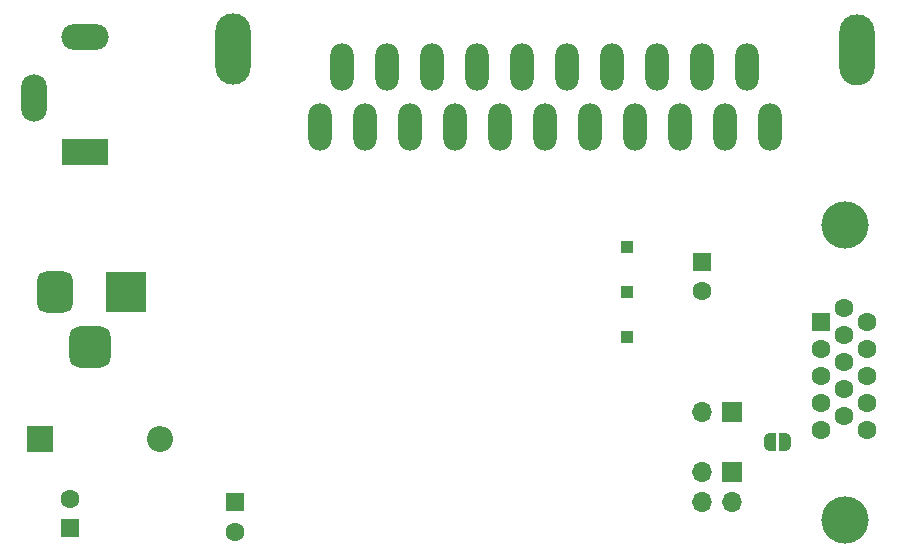
<source format=gbr>
%TF.GenerationSoftware,KiCad,Pcbnew,7.0.8*%
%TF.CreationDate,2023-10-25T20:50:05+02:00*%
%TF.ProjectId,SCART_syncSplitter,53434152-545f-4737-996e-6353706c6974,rev?*%
%TF.SameCoordinates,Original*%
%TF.FileFunction,Soldermask,Bot*%
%TF.FilePolarity,Negative*%
%FSLAX46Y46*%
G04 Gerber Fmt 4.6, Leading zero omitted, Abs format (unit mm)*
G04 Created by KiCad (PCBNEW 7.0.8) date 2023-10-25 20:50:05*
%MOMM*%
%LPD*%
G01*
G04 APERTURE LIST*
G04 Aperture macros list*
%AMRoundRect*
0 Rectangle with rounded corners*
0 $1 Rounding radius*
0 $2 $3 $4 $5 $6 $7 $8 $9 X,Y pos of 4 corners*
0 Add a 4 corners polygon primitive as box body*
4,1,4,$2,$3,$4,$5,$6,$7,$8,$9,$2,$3,0*
0 Add four circle primitives for the rounded corners*
1,1,$1+$1,$2,$3*
1,1,$1+$1,$4,$5*
1,1,$1+$1,$6,$7*
1,1,$1+$1,$8,$9*
0 Add four rect primitives between the rounded corners*
20,1,$1+$1,$2,$3,$4,$5,0*
20,1,$1+$1,$4,$5,$6,$7,0*
20,1,$1+$1,$6,$7,$8,$9,0*
20,1,$1+$1,$8,$9,$2,$3,0*%
%AMFreePoly0*
4,1,19,0.500000,-0.750000,0.000000,-0.750000,0.000000,-0.744911,-0.071157,-0.744911,-0.207708,-0.704816,-0.327430,-0.627875,-0.420627,-0.520320,-0.479746,-0.390866,-0.500000,-0.250000,-0.500000,0.250000,-0.479746,0.390866,-0.420627,0.520320,-0.327430,0.627875,-0.207708,0.704816,-0.071157,0.744911,0.000000,0.744911,0.000000,0.750000,0.500000,0.750000,0.500000,-0.750000,0.500000,-0.750000,
$1*%
%AMFreePoly1*
4,1,19,0.000000,0.744911,0.071157,0.744911,0.207708,0.704816,0.327430,0.627875,0.420627,0.520320,0.479746,0.390866,0.500000,0.250000,0.500000,-0.250000,0.479746,-0.390866,0.420627,-0.520320,0.327430,-0.627875,0.207708,-0.704816,0.071157,-0.744911,0.000000,-0.744911,0.000000,-0.750000,-0.500000,-0.750000,-0.500000,0.750000,0.000000,0.750000,0.000000,0.744911,0.000000,0.744911,
$1*%
G04 Aperture macros list end*
%ADD10R,2.200000X2.200000*%
%ADD11O,2.200000X2.200000*%
%ADD12O,4.000000X2.200000*%
%ADD13O,2.200000X4.000000*%
%ADD14R,4.000000X2.200000*%
%ADD15R,3.500000X3.500000*%
%ADD16RoundRect,0.750000X-0.750000X-1.000000X0.750000X-1.000000X0.750000X1.000000X-0.750000X1.000000X0*%
%ADD17RoundRect,0.875000X-0.875000X-0.875000X0.875000X-0.875000X0.875000X0.875000X-0.875000X0.875000X0*%
%ADD18R,1.600000X1.600000*%
%ADD19C,1.600000*%
%ADD20C,3.000000*%
%ADD21O,3.000000X6.000000*%
%ADD22O,2.000000X4.000000*%
%ADD23C,4.000000*%
%ADD24R,1.700000X1.700000*%
%ADD25O,1.700000X1.700000*%
%ADD26R,1.000000X1.000000*%
%ADD27FreePoly0,0.000000*%
%ADD28FreePoly1,0.000000*%
G04 APERTURE END LIST*
D10*
%TO.C,D1*%
X51835000Y-56920000D03*
D11*
X61995000Y-56920000D03*
%TD*%
D12*
%TO.C,J5*%
X55700000Y-22860000D03*
D13*
X51390000Y-28060000D03*
D14*
X55700000Y-32660000D03*
%TD*%
D15*
%TO.C,J3*%
X59105000Y-44450000D03*
D16*
X53105000Y-44450000D03*
D17*
X56105000Y-49150000D03*
%TD*%
D18*
%TO.C,C9*%
X54375000Y-64500000D03*
D19*
X54375000Y-62000000D03*
%TD*%
D18*
%TO.C,C8*%
X68345000Y-62270000D03*
D19*
X68345000Y-64770000D03*
%TD*%
D20*
%TO.C,J1*%
X68215000Y-22400000D03*
D21*
X68215000Y-23900000D03*
D20*
X68215000Y-25450000D03*
X121015000Y-22500000D03*
D21*
X121015000Y-24000000D03*
D20*
X121015000Y-25450000D03*
D22*
X75565000Y-30480000D03*
X77470000Y-25400000D03*
X79375000Y-30480000D03*
X81280000Y-25400000D03*
X83185000Y-30480000D03*
X85090000Y-25400000D03*
X86995000Y-30480000D03*
X88900000Y-25400000D03*
X90805000Y-30480000D03*
X92710000Y-25400000D03*
X94615000Y-30480000D03*
X96520000Y-25400000D03*
X98425000Y-30480000D03*
X100330000Y-25400000D03*
X102235000Y-30480000D03*
X104140000Y-25400000D03*
X106045000Y-30480000D03*
X107950000Y-25400000D03*
X109855000Y-30480000D03*
X111760000Y-25400000D03*
X113665000Y-30480000D03*
%TD*%
D23*
%TO.C,J2*%
X120010000Y-63805000D03*
X120010000Y-38805000D03*
D18*
X117960000Y-46990000D03*
D19*
X117960000Y-49280000D03*
X117960000Y-51570000D03*
X117960000Y-53860000D03*
X117960000Y-56150000D03*
X119940000Y-45845000D03*
X119940000Y-48135000D03*
X119940000Y-50425000D03*
X119940000Y-52715000D03*
X119940000Y-55005000D03*
X121920000Y-46990000D03*
X121920000Y-49280000D03*
X121920000Y-51570000D03*
X121920000Y-53860000D03*
X121920000Y-56150000D03*
%TD*%
D18*
%TO.C,C5*%
X107950000Y-41910000D03*
D19*
X107950000Y-44410000D03*
%TD*%
D24*
%TO.C,JP1*%
X110490000Y-54610000D03*
D25*
X107950000Y-54610000D03*
%TD*%
D24*
%TO.C,J4*%
X110490000Y-59690000D03*
D25*
X110490000Y-62230000D03*
X107950000Y-59690000D03*
X107950000Y-62230000D03*
%TD*%
D26*
%TO.C,TP3*%
X101600000Y-48260000D03*
%TD*%
%TO.C,TP1*%
X101600000Y-40640000D03*
%TD*%
%TO.C,TP2*%
X101600000Y-44450000D03*
%TD*%
D27*
%TO.C,JP2*%
X113650000Y-57150000D03*
D28*
X114950000Y-57150000D03*
%TD*%
M02*

</source>
